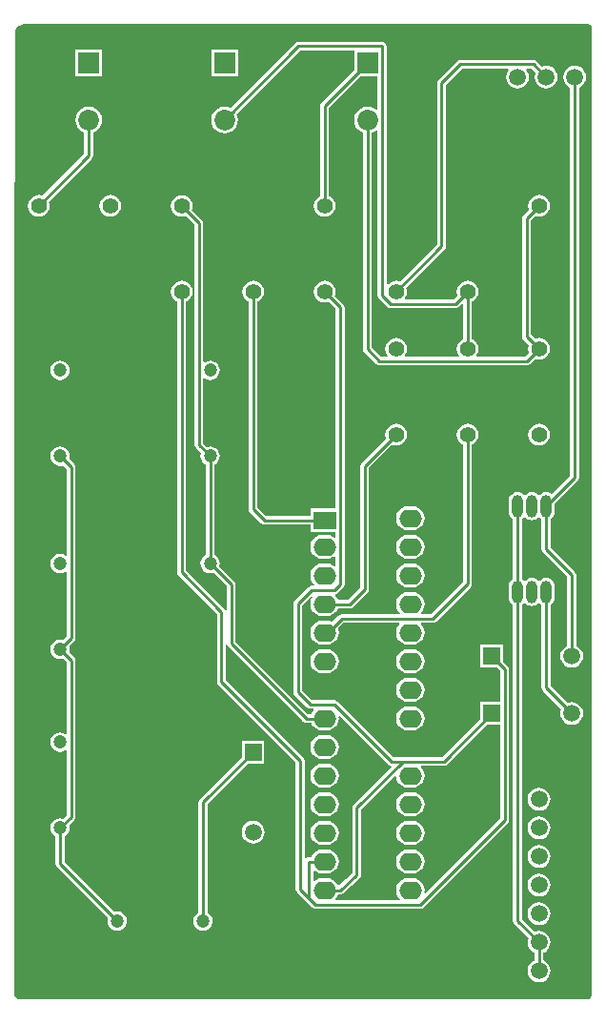
<source format=gtl>
G04 Layer_Physical_Order=1*
G04 Layer_Color=255*
%FSLAX25Y25*%
%MOIN*%
G70*
G01*
G75*
%ADD10C,0.01000*%
%ADD11O,0.03937X0.07874*%
%ADD12O,0.03937X0.07874*%
%ADD13R,0.05906X0.05906*%
%ADD14C,0.05906*%
%ADD15R,0.05906X0.05906*%
%ADD16C,0.04724*%
%ADD17R,0.07284X0.07284*%
%ADD18C,0.07284*%
%ADD19O,0.07874X0.06299*%
%ADD20R,0.07874X0.06299*%
%ADD21C,0.05512*%
G36*
X107500Y493471D02*
X305000D01*
Y493469D01*
X305371Y493395D01*
X305685Y493185D01*
X305895Y492871D01*
X305969Y492500D01*
X305971D01*
Y155000D01*
X305976Y154972D01*
X305861Y154099D01*
X305514Y153260D01*
X304961Y152539D01*
X304881Y152478D01*
X105119D01*
X105039Y152539D01*
X104486Y153260D01*
X104139Y154099D01*
X104024Y154972D01*
X104029Y155000D01*
Y383868D01*
X104447Y491645D01*
X104486Y491740D01*
X105039Y492461D01*
X105760Y493014D01*
X106599Y493361D01*
X107472Y493476D01*
X107500Y493471D01*
D02*
G37*
%LPC*%
G36*
X243327Y264933D02*
X241752D01*
X240669Y264791D01*
X239659Y264373D01*
X238792Y263707D01*
X238127Y262841D01*
X237709Y261831D01*
X237567Y260748D01*
X237709Y259665D01*
X238127Y258655D01*
X238792Y257788D01*
X239659Y257123D01*
X240669Y256705D01*
X241752Y256563D01*
X243327D01*
X244410Y256705D01*
X245420Y257123D01*
X246286Y257788D01*
X246952Y258655D01*
X247370Y259665D01*
X247512Y260748D01*
X247370Y261831D01*
X246952Y262841D01*
X246286Y263707D01*
X245420Y264373D01*
X244410Y264791D01*
X243327Y264933D01*
D02*
G37*
G36*
Y254933D02*
X241752D01*
X240669Y254791D01*
X239659Y254373D01*
X238792Y253708D01*
X238127Y252841D01*
X237709Y251831D01*
X237567Y250748D01*
X237709Y249665D01*
X238127Y248655D01*
X238792Y247789D01*
X239659Y247123D01*
X240669Y246705D01*
X241752Y246563D01*
X243327D01*
X244410Y246705D01*
X245420Y247123D01*
X246286Y247789D01*
X246952Y248655D01*
X247370Y249665D01*
X247512Y250748D01*
X247370Y251831D01*
X246952Y252841D01*
X246286Y253708D01*
X245420Y254373D01*
X244410Y254791D01*
X243327Y254933D01*
D02*
G37*
G36*
X287500Y226487D02*
X286468Y226351D01*
X285507Y225953D01*
X284681Y225319D01*
X284047Y224493D01*
X283649Y223532D01*
X283513Y222500D01*
X283649Y221468D01*
X284047Y220507D01*
X284681Y219681D01*
X285507Y219047D01*
X286468Y218649D01*
X287500Y218513D01*
X288532Y218649D01*
X289493Y219047D01*
X290319Y219681D01*
X290953Y220507D01*
X291351Y221468D01*
X291487Y222500D01*
X291351Y223532D01*
X290953Y224493D01*
X290319Y225319D01*
X289493Y225953D01*
X288532Y226351D01*
X287500Y226487D01*
D02*
G37*
G36*
X262500Y353788D02*
X261520Y353659D01*
X260606Y353281D01*
X259821Y352679D01*
X259219Y351894D01*
X258841Y350980D01*
X258712Y350000D01*
X258841Y349020D01*
X259219Y348106D01*
X259821Y347321D01*
X260606Y346719D01*
X260971Y346568D01*
Y298433D01*
X249766Y287229D01*
X246336D01*
X246175Y287703D01*
X246286Y287789D01*
X246952Y288655D01*
X247370Y289665D01*
X247512Y290748D01*
X247370Y291831D01*
X246952Y292841D01*
X246286Y293707D01*
X245420Y294373D01*
X244410Y294791D01*
X243327Y294933D01*
X241752D01*
X240669Y294791D01*
X239659Y294373D01*
X238792Y293707D01*
X238127Y292841D01*
X237709Y291831D01*
X237567Y290748D01*
X237709Y289665D01*
X238127Y288655D01*
X238792Y287789D01*
X238904Y287703D01*
X238743Y287229D01*
X218500D01*
X217915Y287113D01*
X217419Y286781D01*
X215130Y284493D01*
X214410Y284791D01*
X213327Y284933D01*
X211752D01*
X210669Y284791D01*
X209659Y284373D01*
X208792Y283707D01*
X208127Y282841D01*
X207709Y281831D01*
X207567Y280748D01*
X207709Y279665D01*
X208127Y278655D01*
X208792Y277788D01*
X209659Y277123D01*
X210669Y276705D01*
X211752Y276563D01*
X213327D01*
X214410Y276705D01*
X215420Y277123D01*
X216286Y277788D01*
X216951Y278655D01*
X217370Y279665D01*
X217512Y280748D01*
X217370Y281831D01*
X217201Y282238D01*
X219133Y284171D01*
X238635D01*
X238714Y283939D01*
X238764Y283671D01*
X238127Y282841D01*
X237709Y281831D01*
X237567Y280748D01*
X237709Y279665D01*
X238127Y278655D01*
X238792Y277788D01*
X239659Y277123D01*
X240669Y276705D01*
X241752Y276563D01*
X243327D01*
X244410Y276705D01*
X245420Y277123D01*
X246286Y277788D01*
X246952Y278655D01*
X247370Y279665D01*
X247512Y280748D01*
X247370Y281831D01*
X246952Y282841D01*
X246315Y283671D01*
X246365Y283939D01*
X246444Y284171D01*
X250400D01*
X250985Y284287D01*
X251481Y284619D01*
X263581Y296719D01*
X263913Y297215D01*
X264029Y297800D01*
Y346568D01*
X264394Y346719D01*
X265179Y347321D01*
X265781Y348106D01*
X266159Y349020D01*
X266288Y350000D01*
X266159Y350980D01*
X265781Y351894D01*
X265179Y352679D01*
X264394Y353281D01*
X263480Y353659D01*
X262500Y353788D01*
D02*
G37*
G36*
X243327Y274933D02*
X241752D01*
X240669Y274791D01*
X239659Y274373D01*
X238792Y273708D01*
X238127Y272841D01*
X237709Y271831D01*
X237567Y270748D01*
X237709Y269665D01*
X238127Y268655D01*
X238792Y267789D01*
X239659Y267123D01*
X240669Y266705D01*
X241752Y266563D01*
X243327D01*
X244410Y266705D01*
X245420Y267123D01*
X246286Y267789D01*
X246952Y268655D01*
X247370Y269665D01*
X247512Y270748D01*
X247370Y271831D01*
X246952Y272841D01*
X246286Y273708D01*
X245420Y274373D01*
X244410Y274791D01*
X243327Y274933D01*
D02*
G37*
G36*
X213327D02*
X211752D01*
X210669Y274791D01*
X209659Y274373D01*
X208792Y273708D01*
X208127Y272841D01*
X207709Y271831D01*
X207567Y270748D01*
X207709Y269665D01*
X208127Y268655D01*
X208792Y267789D01*
X209659Y267123D01*
X210669Y266705D01*
X211752Y266563D01*
X213327D01*
X214410Y266705D01*
X215420Y267123D01*
X216286Y267789D01*
X216951Y268655D01*
X217370Y269665D01*
X217512Y270748D01*
X217370Y271831D01*
X216951Y272841D01*
X216286Y273708D01*
X215420Y274373D01*
X214410Y274791D01*
X213327Y274933D01*
D02*
G37*
G36*
X287500Y196487D02*
X286468Y196351D01*
X285507Y195953D01*
X284681Y195319D01*
X284047Y194493D01*
X283649Y193532D01*
X283513Y192500D01*
X283649Y191468D01*
X284047Y190507D01*
X284681Y189681D01*
X285507Y189047D01*
X286468Y188649D01*
X287500Y188513D01*
X288532Y188649D01*
X289493Y189047D01*
X290319Y189681D01*
X290953Y190507D01*
X291351Y191468D01*
X291487Y192500D01*
X291351Y193532D01*
X290953Y194493D01*
X290319Y195319D01*
X289493Y195953D01*
X288532Y196351D01*
X287500Y196487D01*
D02*
G37*
G36*
Y186487D02*
X286468Y186351D01*
X285507Y185953D01*
X284681Y185319D01*
X284047Y184493D01*
X283649Y183532D01*
X283513Y182500D01*
X283649Y181468D01*
X284047Y180507D01*
X284681Y179681D01*
X285507Y179047D01*
X286468Y178649D01*
X287500Y178513D01*
X288532Y178649D01*
X289493Y179047D01*
X290319Y179681D01*
X290953Y180507D01*
X291351Y181468D01*
X291487Y182500D01*
X291351Y183532D01*
X290953Y184493D01*
X290319Y185319D01*
X289493Y185953D01*
X288532Y186351D01*
X287500Y186487D01*
D02*
G37*
G36*
X191453Y242929D02*
X183547D01*
Y237187D01*
X168919Y222558D01*
X168587Y222062D01*
X168471Y221476D01*
Y183006D01*
X168304Y182937D01*
X167602Y182398D01*
X167063Y181696D01*
X166724Y180878D01*
X166609Y180000D01*
X166724Y179122D01*
X167063Y178304D01*
X167602Y177602D01*
X168304Y177063D01*
X169122Y176724D01*
X170000Y176609D01*
X170878Y176724D01*
X171696Y177063D01*
X172398Y177602D01*
X172937Y178304D01*
X173276Y179122D01*
X173391Y180000D01*
X173276Y180878D01*
X172937Y181696D01*
X172398Y182398D01*
X171696Y182937D01*
X171529Y183006D01*
Y220843D01*
X185710Y235024D01*
X191453D01*
Y242929D01*
D02*
G37*
G36*
X287500Y216487D02*
X286468Y216351D01*
X285507Y215953D01*
X284681Y215319D01*
X284047Y214493D01*
X283649Y213532D01*
X283513Y212500D01*
X283649Y211468D01*
X284047Y210507D01*
X284681Y209681D01*
X285507Y209047D01*
X286468Y208649D01*
X287500Y208513D01*
X288532Y208649D01*
X289493Y209047D01*
X290319Y209681D01*
X290953Y210507D01*
X291351Y211468D01*
X291487Y212500D01*
X291351Y213532D01*
X290953Y214493D01*
X290319Y215319D01*
X289493Y215953D01*
X288532Y216351D01*
X287500Y216487D01*
D02*
G37*
G36*
X187500Y215010D02*
X186468Y214875D01*
X185507Y214476D01*
X184681Y213843D01*
X184047Y213017D01*
X183649Y212055D01*
X183513Y211024D01*
X183649Y209992D01*
X184047Y209030D01*
X184681Y208205D01*
X185507Y207571D01*
X186468Y207173D01*
X187500Y207037D01*
X188532Y207173D01*
X189493Y207571D01*
X190319Y208205D01*
X190953Y209030D01*
X191351Y209992D01*
X191487Y211024D01*
X191351Y212055D01*
X190953Y213017D01*
X190319Y213843D01*
X189493Y214476D01*
X188532Y214875D01*
X187500Y215010D01*
D02*
G37*
G36*
X287500Y206487D02*
X286468Y206351D01*
X285507Y205953D01*
X284681Y205319D01*
X284047Y204493D01*
X283649Y203532D01*
X283513Y202500D01*
X283649Y201468D01*
X284047Y200507D01*
X284681Y199681D01*
X285507Y199047D01*
X286468Y198649D01*
X287500Y198513D01*
X288532Y198649D01*
X289493Y199047D01*
X290319Y199681D01*
X290953Y200507D01*
X291351Y201468D01*
X291487Y202500D01*
X291351Y203532D01*
X290953Y204493D01*
X290319Y205319D01*
X289493Y205953D01*
X288532Y206351D01*
X287500Y206487D01*
D02*
G37*
G36*
X162500Y433788D02*
X161520Y433659D01*
X160606Y433281D01*
X159821Y432679D01*
X159219Y431894D01*
X158841Y430980D01*
X158712Y430000D01*
X158841Y429019D01*
X159219Y428106D01*
X159821Y427321D01*
X160606Y426719D01*
X161520Y426341D01*
X162500Y426212D01*
X163480Y426341D01*
X163845Y426492D01*
X167071Y423267D01*
Y346400D01*
X167187Y345815D01*
X167519Y345319D01*
X169293Y343544D01*
X169224Y343378D01*
X169109Y342500D01*
X169224Y341622D01*
X169563Y340804D01*
X170102Y340102D01*
X170804Y339563D01*
X170971Y339494D01*
Y308006D01*
X170804Y307937D01*
X170102Y307398D01*
X169563Y306696D01*
X169224Y305878D01*
X169109Y305000D01*
X169224Y304122D01*
X169563Y303304D01*
X170102Y302602D01*
X170804Y302063D01*
X171622Y301724D01*
X172500Y301609D01*
X173378Y301724D01*
X173544Y301793D01*
X178371Y296967D01*
Y288245D01*
X177871Y288195D01*
X177813Y288485D01*
X177481Y288981D01*
X164029Y302433D01*
Y396568D01*
X164394Y396719D01*
X165179Y397321D01*
X165781Y398106D01*
X166159Y399020D01*
X166288Y400000D01*
X166159Y400981D01*
X165781Y401894D01*
X165179Y402679D01*
X164394Y403281D01*
X163480Y403659D01*
X162500Y403788D01*
X161520Y403659D01*
X160606Y403281D01*
X159821Y402679D01*
X159219Y401894D01*
X158841Y400981D01*
X158712Y400000D01*
X158841Y399020D01*
X159219Y398106D01*
X159821Y397321D01*
X160606Y396719D01*
X160971Y396568D01*
Y301800D01*
X161087Y301215D01*
X161419Y300719D01*
X174871Y287266D01*
Y263700D01*
X174987Y263115D01*
X175319Y262619D01*
X202471Y235467D01*
Y191100D01*
X202587Y190515D01*
X202919Y190019D01*
X206019Y186919D01*
X208319Y184619D01*
X208815Y184287D01*
X209400Y184171D01*
X246000D01*
X246585Y184287D01*
X247081Y184619D01*
X276581Y214119D01*
X276913Y214615D01*
X277029Y215200D01*
Y268024D01*
X276913Y268609D01*
X276581Y269105D01*
X274976Y270710D01*
Y276453D01*
X267071D01*
Y268547D01*
X272814D01*
X273971Y267390D01*
Y256453D01*
X267071D01*
Y250710D01*
X253590Y237229D01*
X236633D01*
X217081Y256781D01*
X216585Y257113D01*
X216000Y257229D01*
X208134D01*
X204729Y260633D01*
Y290266D01*
X208135Y293672D01*
X208512Y293342D01*
X208127Y292841D01*
X207709Y291831D01*
X207567Y290748D01*
X207709Y289665D01*
X208127Y288655D01*
X208792Y287789D01*
X209659Y287123D01*
X210669Y286705D01*
X211752Y286563D01*
X213327D01*
X214410Y286705D01*
X215420Y287123D01*
X216286Y287789D01*
X216951Y288655D01*
X217185Y289219D01*
X221348D01*
X221933Y289335D01*
X222429Y289667D01*
X227681Y294919D01*
X228013Y295415D01*
X228129Y296000D01*
Y338467D01*
X236155Y346492D01*
X236520Y346341D01*
X237500Y346212D01*
X238480Y346341D01*
X239394Y346719D01*
X240179Y347321D01*
X240781Y348106D01*
X241159Y349020D01*
X241288Y350000D01*
X241159Y350980D01*
X240781Y351894D01*
X240179Y352679D01*
X239394Y353281D01*
X238480Y353659D01*
X237500Y353788D01*
X236520Y353659D01*
X235606Y353281D01*
X234821Y352679D01*
X234219Y351894D01*
X233841Y350980D01*
X233712Y350000D01*
X233841Y349020D01*
X233992Y348655D01*
X225519Y340181D01*
X225187Y339685D01*
X225071Y339100D01*
Y296634D01*
X220714Y292277D01*
X217185D01*
X216951Y292841D01*
X216286Y293707D01*
X216276Y293716D01*
X216400Y294250D01*
X216585Y294287D01*
X217081Y294619D01*
X219081Y296619D01*
X219413Y297115D01*
X219529Y297700D01*
Y394500D01*
X219413Y395085D01*
X219081Y395581D01*
X216008Y398655D01*
X216159Y399020D01*
X216288Y400000D01*
X216159Y400981D01*
X215781Y401894D01*
X215179Y402679D01*
X214394Y403281D01*
X213480Y403659D01*
X212500Y403788D01*
X211520Y403659D01*
X210606Y403281D01*
X209821Y402679D01*
X209219Y401894D01*
X208841Y400981D01*
X208712Y400000D01*
X208841Y399020D01*
X209219Y398106D01*
X209821Y397321D01*
X210606Y396719D01*
X211520Y396341D01*
X212500Y396212D01*
X213480Y396341D01*
X213845Y396492D01*
X216471Y393866D01*
Y324150D01*
X207563D01*
Y321529D01*
X192133D01*
X189029Y324634D01*
Y396568D01*
X189394Y396719D01*
X190179Y397321D01*
X190781Y398106D01*
X191159Y399020D01*
X191288Y400000D01*
X191159Y400981D01*
X190781Y401894D01*
X190179Y402679D01*
X189394Y403281D01*
X188480Y403659D01*
X187500Y403788D01*
X186520Y403659D01*
X185606Y403281D01*
X184821Y402679D01*
X184219Y401894D01*
X183841Y400981D01*
X183712Y400000D01*
X183841Y399020D01*
X184219Y398106D01*
X184821Y397321D01*
X185606Y396719D01*
X185971Y396568D01*
Y324000D01*
X186087Y323415D01*
X186419Y322919D01*
X190419Y318919D01*
X190915Y318587D01*
X191500Y318471D01*
X207563D01*
Y315850D01*
X216471D01*
Y314196D01*
X215971Y313950D01*
X215420Y314373D01*
X214410Y314791D01*
X213327Y314933D01*
X211752D01*
X210669Y314791D01*
X209659Y314373D01*
X208792Y313707D01*
X208127Y312841D01*
X207709Y311831D01*
X207567Y310748D01*
X207709Y309665D01*
X208127Y308655D01*
X208792Y307788D01*
X209659Y307123D01*
X210669Y306705D01*
X211752Y306563D01*
X213327D01*
X214410Y306705D01*
X215420Y307123D01*
X215971Y307546D01*
X216471Y307300D01*
Y304196D01*
X215971Y303950D01*
X215420Y304373D01*
X214410Y304791D01*
X213327Y304933D01*
X211752D01*
X210669Y304791D01*
X209659Y304373D01*
X208792Y303708D01*
X208127Y302841D01*
X207709Y301831D01*
X207567Y300748D01*
X207709Y299665D01*
X208127Y298655D01*
X208792Y297789D01*
X208904Y297703D01*
X208743Y297229D01*
X208000D01*
X207415Y297113D01*
X206919Y296781D01*
X202119Y291981D01*
X201787Y291485D01*
X201671Y290900D01*
Y260000D01*
X201787Y259415D01*
X202119Y258919D01*
X206419Y254619D01*
X206915Y254287D01*
X207500Y254171D01*
X208635D01*
X208714Y253939D01*
X208764Y253671D01*
X208127Y252841D01*
X207894Y252277D01*
X206785D01*
X181429Y277634D01*
Y297600D01*
X181313Y298185D01*
X180981Y298681D01*
X175707Y303956D01*
X175776Y304122D01*
X175891Y305000D01*
X175776Y305878D01*
X175437Y306696D01*
X174898Y307398D01*
X174196Y307937D01*
X174029Y308006D01*
Y339494D01*
X174196Y339563D01*
X174898Y340102D01*
X175437Y340804D01*
X175776Y341622D01*
X175891Y342500D01*
X175776Y343378D01*
X175437Y344196D01*
X174898Y344898D01*
X174196Y345437D01*
X173378Y345776D01*
X172500Y345891D01*
X171622Y345776D01*
X171456Y345707D01*
X170129Y347034D01*
Y369516D01*
X170578Y369737D01*
X170804Y369563D01*
X171622Y369224D01*
X172500Y369109D01*
X173378Y369224D01*
X174196Y369563D01*
X174898Y370102D01*
X175437Y370804D01*
X175776Y371622D01*
X175891Y372500D01*
X175776Y373378D01*
X175437Y374196D01*
X174898Y374898D01*
X174196Y375437D01*
X173378Y375776D01*
X172500Y375891D01*
X171622Y375776D01*
X170804Y375437D01*
X170578Y375263D01*
X170129Y375484D01*
Y423900D01*
X170013Y424485D01*
X169681Y424981D01*
X166008Y428655D01*
X166159Y429019D01*
X166288Y430000D01*
X166159Y430980D01*
X165781Y431894D01*
X165179Y432679D01*
X164394Y433281D01*
X163480Y433659D01*
X162500Y433788D01*
D02*
G37*
G36*
X232642Y487329D02*
X203300D01*
X202715Y487213D01*
X202219Y486881D01*
X179523Y464186D01*
X178712Y464522D01*
X177500Y464682D01*
X176288Y464522D01*
X175159Y464054D01*
X174189Y463310D01*
X173445Y462341D01*
X172978Y461212D01*
X172818Y460000D01*
X172978Y458788D01*
X173445Y457659D01*
X174189Y456690D01*
X175159Y455945D01*
X176288Y455478D01*
X177500Y455318D01*
X178712Y455478D01*
X179841Y455945D01*
X180810Y456690D01*
X181554Y457659D01*
X182022Y458788D01*
X182182Y460000D01*
X182022Y461212D01*
X181686Y462023D01*
X203934Y484271D01*
X222858D01*
Y477521D01*
X211419Y466081D01*
X211087Y465585D01*
X210971Y465000D01*
Y433432D01*
X210606Y433281D01*
X209821Y432679D01*
X209219Y431894D01*
X208841Y430980D01*
X208712Y430000D01*
X208841Y429019D01*
X209219Y428106D01*
X209821Y427321D01*
X210606Y426719D01*
X211520Y426341D01*
X212500Y426212D01*
X213480Y426341D01*
X214394Y426719D01*
X215179Y427321D01*
X215781Y428106D01*
X216159Y429019D01*
X216288Y430000D01*
X216159Y430980D01*
X215781Y431894D01*
X215179Y432679D01*
X214394Y433281D01*
X214029Y433432D01*
Y464366D01*
X225021Y475358D01*
X231112D01*
Y463709D01*
X230612Y463462D01*
X229841Y464054D01*
X228712Y464522D01*
X227500Y464682D01*
X226288Y464522D01*
X225159Y464054D01*
X224189Y463310D01*
X223446Y462341D01*
X222978Y461212D01*
X222818Y460000D01*
X222978Y458788D01*
X223446Y457659D01*
X224189Y456690D01*
X225159Y455945D01*
X225971Y455609D01*
Y380000D01*
X226087Y379415D01*
X226419Y378919D01*
X230719Y374619D01*
X231215Y374287D01*
X231800Y374171D01*
X283200D01*
X283785Y374287D01*
X284281Y374619D01*
X286155Y376492D01*
X286520Y376341D01*
X287500Y376212D01*
X288480Y376341D01*
X289394Y376719D01*
X290179Y377321D01*
X290781Y378106D01*
X291159Y379019D01*
X291288Y380000D01*
X291159Y380980D01*
X290781Y381894D01*
X290179Y382679D01*
X289394Y383281D01*
X288480Y383659D01*
X287500Y383788D01*
X286520Y383659D01*
X286155Y383508D01*
X284729Y384933D01*
Y425067D01*
X286155Y426492D01*
X286520Y426341D01*
X287500Y426212D01*
X288480Y426341D01*
X289394Y426719D01*
X290179Y427321D01*
X290781Y428106D01*
X291159Y429019D01*
X291288Y430000D01*
X291159Y430980D01*
X290781Y431894D01*
X290179Y432679D01*
X289394Y433281D01*
X288480Y433659D01*
X287500Y433788D01*
X286520Y433659D01*
X285606Y433281D01*
X284821Y432679D01*
X284219Y431894D01*
X283841Y430980D01*
X283712Y430000D01*
X283841Y429019D01*
X283992Y428655D01*
X282119Y426781D01*
X281787Y426285D01*
X281671Y425700D01*
Y384300D01*
X281787Y383715D01*
X282119Y383219D01*
X283992Y381345D01*
X283841Y380980D01*
X283712Y380000D01*
X283841Y379019D01*
X283992Y378655D01*
X282566Y377229D01*
X265739D01*
X265492Y377729D01*
X265781Y378106D01*
X266159Y379019D01*
X266288Y380000D01*
X266159Y380980D01*
X265781Y381894D01*
X265179Y382679D01*
X264394Y383281D01*
X264029Y383432D01*
Y396568D01*
X264394Y396719D01*
X265179Y397321D01*
X265781Y398106D01*
X266159Y399020D01*
X266288Y400000D01*
X266159Y400981D01*
X265781Y401894D01*
X265179Y402679D01*
X264394Y403281D01*
X263480Y403659D01*
X262500Y403788D01*
X261520Y403659D01*
X260606Y403281D01*
X259821Y402679D01*
X259219Y401894D01*
X258841Y400981D01*
X258712Y400000D01*
X258841Y399020D01*
X258992Y398655D01*
X257566Y397229D01*
X240739D01*
X240492Y397729D01*
X240781Y398106D01*
X241159Y399020D01*
X241288Y400000D01*
X241159Y400981D01*
X241008Y401345D01*
X254481Y414819D01*
X254813Y415315D01*
X254929Y415900D01*
Y472266D01*
X260633Y477971D01*
X276667D01*
X276913Y477471D01*
X276547Y476993D01*
X276149Y476032D01*
X276013Y475000D01*
X276149Y473968D01*
X276547Y473007D01*
X277181Y472181D01*
X278007Y471547D01*
X278968Y471149D01*
X280000Y471013D01*
X281032Y471149D01*
X281993Y471547D01*
X282819Y472181D01*
X283453Y473007D01*
X283851Y473968D01*
X283987Y475000D01*
X283851Y476032D01*
X283453Y476993D01*
X283087Y477471D01*
X283333Y477971D01*
X284866D01*
X286341Y476496D01*
X286149Y476032D01*
X286013Y475000D01*
X286149Y473968D01*
X286547Y473007D01*
X287181Y472181D01*
X288007Y471547D01*
X288968Y471149D01*
X290000Y471013D01*
X291032Y471149D01*
X291993Y471547D01*
X292819Y472181D01*
X293453Y473007D01*
X293851Y473968D01*
X293987Y475000D01*
X293851Y476032D01*
X293453Y476993D01*
X292819Y477819D01*
X291993Y478453D01*
X291032Y478851D01*
X290000Y478987D01*
X288968Y478851D01*
X288504Y478659D01*
X286581Y480581D01*
X286085Y480913D01*
X285500Y481029D01*
X260000D01*
X259415Y480913D01*
X258919Y480581D01*
X252319Y473981D01*
X251987Y473485D01*
X251871Y472900D01*
Y416534D01*
X238845Y403508D01*
X238480Y403659D01*
X237500Y403788D01*
X236520Y403659D01*
X235606Y403281D01*
X234821Y402679D01*
X234671Y402483D01*
X234171Y402653D01*
Y485800D01*
X234055Y486385D01*
X233723Y486881D01*
X233227Y487213D01*
X232642Y487329D01*
D02*
G37*
G36*
X287500Y353788D02*
X286520Y353659D01*
X285606Y353281D01*
X284821Y352679D01*
X284219Y351894D01*
X283841Y350980D01*
X283712Y350000D01*
X283841Y349020D01*
X284219Y348106D01*
X284821Y347321D01*
X285606Y346719D01*
X286520Y346341D01*
X287500Y346212D01*
X288480Y346341D01*
X289394Y346719D01*
X290179Y347321D01*
X290781Y348106D01*
X291159Y349020D01*
X291288Y350000D01*
X291159Y350980D01*
X290781Y351894D01*
X290179Y352679D01*
X289394Y353281D01*
X288480Y353659D01*
X287500Y353788D01*
D02*
G37*
G36*
X134642Y484642D02*
X125358D01*
Y475358D01*
X134642D01*
Y484642D01*
D02*
G37*
G36*
X137500Y433788D02*
X136520Y433659D01*
X135606Y433281D01*
X134821Y432679D01*
X134219Y431894D01*
X133841Y430980D01*
X133712Y430000D01*
X133841Y429019D01*
X134219Y428106D01*
X134821Y427321D01*
X135606Y426719D01*
X136520Y426341D01*
X137500Y426212D01*
X138480Y426341D01*
X139394Y426719D01*
X140179Y427321D01*
X140781Y428106D01*
X141159Y429019D01*
X141288Y430000D01*
X141159Y430980D01*
X140781Y431894D01*
X140179Y432679D01*
X139394Y433281D01*
X138480Y433659D01*
X137500Y433788D01*
D02*
G37*
G36*
X120000Y375891D02*
X119122Y375776D01*
X118304Y375437D01*
X117602Y374898D01*
X117063Y374196D01*
X116724Y373378D01*
X116609Y372500D01*
X116724Y371622D01*
X117063Y370804D01*
X117602Y370102D01*
X118304Y369563D01*
X119122Y369224D01*
X120000Y369109D01*
X120878Y369224D01*
X121696Y369563D01*
X122398Y370102D01*
X122937Y370804D01*
X123276Y371622D01*
X123391Y372500D01*
X123276Y373378D01*
X122937Y374196D01*
X122398Y374898D01*
X121696Y375437D01*
X120878Y375776D01*
X120000Y375891D01*
D02*
G37*
G36*
X130000Y464682D02*
X128788Y464522D01*
X127659Y464054D01*
X126690Y463310D01*
X125945Y462341D01*
X125478Y461212D01*
X125318Y460000D01*
X125478Y458788D01*
X125945Y457659D01*
X126690Y456690D01*
X127659Y455945D01*
X128471Y455609D01*
Y448134D01*
X113845Y433508D01*
X113480Y433659D01*
X112500Y433788D01*
X111520Y433659D01*
X110606Y433281D01*
X109821Y432679D01*
X109219Y431894D01*
X108841Y430980D01*
X108712Y430000D01*
X108841Y429019D01*
X109219Y428106D01*
X109821Y427321D01*
X110606Y426719D01*
X111520Y426341D01*
X112500Y426212D01*
X113480Y426341D01*
X114394Y426719D01*
X115179Y427321D01*
X115781Y428106D01*
X116159Y429019D01*
X116288Y430000D01*
X116159Y430980D01*
X116008Y431345D01*
X131081Y446419D01*
X131413Y446915D01*
X131529Y447500D01*
Y455609D01*
X132341Y455945D01*
X133310Y456690D01*
X134055Y457659D01*
X134522Y458788D01*
X134682Y460000D01*
X134522Y461212D01*
X134055Y462341D01*
X133310Y463310D01*
X132341Y464054D01*
X131212Y464522D01*
X130000Y464682D01*
D02*
G37*
G36*
X120000Y345891D02*
X119122Y345776D01*
X118304Y345437D01*
X117602Y344898D01*
X117063Y344196D01*
X116724Y343378D01*
X116609Y342500D01*
X116724Y341622D01*
X117063Y340804D01*
X117602Y340102D01*
X118304Y339563D01*
X119122Y339224D01*
X120000Y339109D01*
X120878Y339224D01*
X121044Y339293D01*
X122371Y337966D01*
Y307984D01*
X121922Y307763D01*
X121696Y307937D01*
X120878Y308276D01*
X120000Y308391D01*
X119122Y308276D01*
X118304Y307937D01*
X117602Y307398D01*
X117063Y306696D01*
X116724Y305878D01*
X116609Y305000D01*
X116724Y304122D01*
X117063Y303304D01*
X117602Y302602D01*
X118304Y302063D01*
X119122Y301724D01*
X120000Y301609D01*
X120878Y301724D01*
X121696Y302063D01*
X121922Y302237D01*
X122371Y302016D01*
Y279534D01*
X121044Y278207D01*
X120878Y278276D01*
X120000Y278391D01*
X119122Y278276D01*
X118304Y277937D01*
X117602Y277398D01*
X117063Y276696D01*
X116724Y275878D01*
X116609Y275000D01*
X116724Y274122D01*
X117063Y273304D01*
X117602Y272602D01*
X118304Y272063D01*
X119122Y271724D01*
X120000Y271609D01*
X120878Y271724D01*
X121044Y271793D01*
X122371Y270466D01*
Y245484D01*
X121922Y245263D01*
X121696Y245437D01*
X120878Y245776D01*
X120000Y245891D01*
X119122Y245776D01*
X118304Y245437D01*
X117602Y244898D01*
X117063Y244196D01*
X116724Y243378D01*
X116609Y242500D01*
X116724Y241622D01*
X117063Y240804D01*
X117602Y240102D01*
X118304Y239563D01*
X119122Y239224D01*
X120000Y239109D01*
X120878Y239224D01*
X121696Y239563D01*
X121922Y239737D01*
X122371Y239516D01*
Y217034D01*
X121044Y215707D01*
X120878Y215776D01*
X120000Y215891D01*
X119122Y215776D01*
X118304Y215437D01*
X117602Y214898D01*
X117063Y214196D01*
X116724Y213378D01*
X116609Y212500D01*
X116724Y211622D01*
X117063Y210804D01*
X117602Y210102D01*
X118304Y209563D01*
X118471Y209494D01*
Y200000D01*
X118587Y199415D01*
X118919Y198919D01*
X136793Y181044D01*
X136724Y180878D01*
X136609Y180000D01*
X136724Y179122D01*
X137063Y178304D01*
X137602Y177602D01*
X138304Y177063D01*
X139122Y176724D01*
X140000Y176609D01*
X140878Y176724D01*
X141696Y177063D01*
X142398Y177602D01*
X142937Y178304D01*
X143276Y179122D01*
X143391Y180000D01*
X143276Y180878D01*
X142937Y181696D01*
X142398Y182398D01*
X141696Y182937D01*
X140878Y183276D01*
X140000Y183391D01*
X139122Y183276D01*
X138956Y183207D01*
X121529Y200634D01*
Y209494D01*
X121696Y209563D01*
X122398Y210102D01*
X122937Y210804D01*
X123276Y211622D01*
X123391Y212500D01*
X123276Y213378D01*
X123207Y213544D01*
X124981Y215319D01*
X125313Y215815D01*
X125429Y216400D01*
Y271100D01*
X125313Y271685D01*
X124981Y272181D01*
X123207Y273956D01*
X123276Y274122D01*
X123391Y275000D01*
X123276Y275878D01*
X123207Y276044D01*
X124981Y277819D01*
X125313Y278315D01*
X125429Y278900D01*
Y338600D01*
X125313Y339185D01*
X124981Y339681D01*
X123207Y341456D01*
X123276Y341622D01*
X123391Y342500D01*
X123276Y343378D01*
X122937Y344196D01*
X122398Y344898D01*
X121696Y345437D01*
X120878Y345776D01*
X120000Y345891D01*
D02*
G37*
G36*
X243327Y314933D02*
X241752D01*
X240669Y314791D01*
X239659Y314373D01*
X238792Y313707D01*
X238127Y312841D01*
X237709Y311831D01*
X237567Y310748D01*
X237709Y309665D01*
X238127Y308655D01*
X238792Y307788D01*
X239659Y307123D01*
X240669Y306705D01*
X241752Y306563D01*
X243327D01*
X244410Y306705D01*
X245420Y307123D01*
X246286Y307788D01*
X246952Y308655D01*
X247370Y309665D01*
X247512Y310748D01*
X247370Y311831D01*
X246952Y312841D01*
X246286Y313707D01*
X245420Y314373D01*
X244410Y314791D01*
X243327Y314933D01*
D02*
G37*
G36*
Y304933D02*
X241752D01*
X240669Y304791D01*
X239659Y304373D01*
X238792Y303708D01*
X238127Y302841D01*
X237709Y301831D01*
X237567Y300748D01*
X237709Y299665D01*
X238127Y298655D01*
X238792Y297789D01*
X239659Y297123D01*
X240669Y296705D01*
X241752Y296563D01*
X243327D01*
X244410Y296705D01*
X245420Y297123D01*
X246286Y297789D01*
X246952Y298655D01*
X247370Y299665D01*
X247512Y300748D01*
X247370Y301831D01*
X246952Y302841D01*
X246286Y303708D01*
X245420Y304373D01*
X244410Y304791D01*
X243327Y304933D01*
D02*
G37*
G36*
Y324933D02*
X241752D01*
X240669Y324791D01*
X239659Y324373D01*
X238792Y323708D01*
X238127Y322841D01*
X237709Y321831D01*
X237567Y320748D01*
X237709Y319665D01*
X238127Y318655D01*
X238792Y317789D01*
X239659Y317123D01*
X240669Y316705D01*
X241752Y316563D01*
X243327D01*
X244410Y316705D01*
X245420Y317123D01*
X246286Y317789D01*
X246952Y318655D01*
X247370Y319665D01*
X247512Y320748D01*
X247370Y321831D01*
X246952Y322841D01*
X246286Y323708D01*
X245420Y324373D01*
X244410Y324791D01*
X243327Y324933D01*
D02*
G37*
G36*
X182142Y484642D02*
X172858D01*
Y475358D01*
X182142D01*
Y484642D01*
D02*
G37*
G36*
X300000Y478987D02*
X298968Y478851D01*
X298007Y478453D01*
X297181Y477819D01*
X296547Y476993D01*
X296149Y476032D01*
X296013Y475000D01*
X296149Y473968D01*
X296547Y473007D01*
X297181Y472181D01*
X298007Y471547D01*
X298471Y471355D01*
Y335633D01*
X292007Y329170D01*
X291497Y329561D01*
X290775Y329861D01*
X290000Y329963D01*
X289225Y329861D01*
X288503Y329561D01*
X287883Y329086D01*
X287750Y328913D01*
X287250D01*
X287117Y329086D01*
X286497Y329561D01*
X285775Y329861D01*
X285000Y329963D01*
X284225Y329861D01*
X283503Y329561D01*
X282883Y329086D01*
X282750Y328913D01*
X282250D01*
X282117Y329086D01*
X281497Y329561D01*
X280775Y329861D01*
X280000Y329963D01*
X279225Y329861D01*
X278503Y329561D01*
X277883Y329086D01*
X277407Y328466D01*
X277108Y327743D01*
X277006Y326969D01*
Y323031D01*
X277108Y322257D01*
X277407Y321534D01*
X277883Y320914D01*
X278471Y320463D01*
Y299537D01*
X277883Y299086D01*
X277407Y298466D01*
X277108Y297743D01*
X277006Y296969D01*
Y293032D01*
X277108Y292257D01*
X277407Y291534D01*
X277883Y290914D01*
X278471Y290463D01*
Y180000D01*
X278587Y179415D01*
X278919Y178919D01*
X283841Y173996D01*
X283649Y173532D01*
X283513Y172500D01*
X283649Y171468D01*
X284047Y170507D01*
X284681Y169681D01*
X285507Y169047D01*
X285971Y168855D01*
Y166145D01*
X285507Y165953D01*
X284681Y165319D01*
X284047Y164493D01*
X283649Y163532D01*
X283513Y162500D01*
X283649Y161468D01*
X284047Y160507D01*
X284681Y159681D01*
X285507Y159047D01*
X286468Y158649D01*
X287500Y158513D01*
X288532Y158649D01*
X289493Y159047D01*
X290319Y159681D01*
X290953Y160507D01*
X291351Y161468D01*
X291487Y162500D01*
X291351Y163532D01*
X290953Y164493D01*
X290319Y165319D01*
X289493Y165953D01*
X289029Y166145D01*
Y168855D01*
X289493Y169047D01*
X290319Y169681D01*
X290953Y170507D01*
X291351Y171468D01*
X291487Y172500D01*
X291351Y173532D01*
X290953Y174493D01*
X290319Y175319D01*
X289493Y175953D01*
X288532Y176351D01*
X287500Y176487D01*
X286468Y176351D01*
X286004Y176159D01*
X281529Y180633D01*
Y290463D01*
X282117Y290914D01*
X282250Y291087D01*
X282750D01*
X282883Y290914D01*
X283503Y290439D01*
X284225Y290139D01*
X285000Y290037D01*
X285775Y290139D01*
X286497Y290439D01*
X287117Y290914D01*
X287250Y291087D01*
X287750D01*
X287883Y290914D01*
X288471Y290463D01*
Y261476D01*
X288587Y260891D01*
X288919Y260395D01*
X295318Y253996D01*
X295125Y253532D01*
X294989Y252500D01*
X295125Y251468D01*
X295524Y250507D01*
X296157Y249681D01*
X296983Y249047D01*
X297944Y248649D01*
X298976Y248513D01*
X300008Y248649D01*
X300970Y249047D01*
X301796Y249681D01*
X302429Y250507D01*
X302827Y251468D01*
X302963Y252500D01*
X302827Y253532D01*
X302429Y254493D01*
X301796Y255319D01*
X300970Y255953D01*
X300008Y256351D01*
X298976Y256487D01*
X297944Y256351D01*
X297481Y256159D01*
X291529Y262110D01*
Y290463D01*
X292117Y290914D01*
X292593Y291534D01*
X292892Y292257D01*
X292994Y293032D01*
Y296969D01*
X292892Y297743D01*
X292593Y298466D01*
X292117Y299086D01*
X291497Y299562D01*
X290775Y299861D01*
X290000Y299963D01*
X289225Y299861D01*
X288503Y299562D01*
X287883Y299086D01*
X287750Y298913D01*
X287250D01*
X287117Y299086D01*
X286497Y299562D01*
X285775Y299861D01*
X285000Y299963D01*
X284225Y299861D01*
X283503Y299562D01*
X282883Y299086D01*
X282750Y298913D01*
X282250D01*
X282117Y299086D01*
X281529Y299537D01*
Y320463D01*
X282117Y320914D01*
X282250Y321087D01*
X282750D01*
X282883Y320914D01*
X283503Y320439D01*
X284225Y320139D01*
X285000Y320037D01*
X285775Y320139D01*
X286497Y320439D01*
X287117Y320914D01*
X287250Y321087D01*
X287750D01*
X287883Y320914D01*
X288471Y320463D01*
Y310000D01*
X288587Y309415D01*
X288919Y308919D01*
X297447Y300390D01*
Y276145D01*
X296983Y275953D01*
X296157Y275319D01*
X295524Y274493D01*
X295125Y273532D01*
X294989Y272500D01*
X295125Y271468D01*
X295524Y270507D01*
X296157Y269681D01*
X296983Y269047D01*
X297944Y268649D01*
X298976Y268513D01*
X300008Y268649D01*
X300970Y269047D01*
X301796Y269681D01*
X302429Y270507D01*
X302827Y271468D01*
X302963Y272500D01*
X302827Y273532D01*
X302429Y274493D01*
X301796Y275319D01*
X300970Y275953D01*
X300506Y276145D01*
Y301024D01*
X300389Y301609D01*
X300058Y302105D01*
X291529Y310633D01*
Y320463D01*
X292117Y320914D01*
X292593Y321534D01*
X292892Y322257D01*
X292994Y323031D01*
Y325831D01*
X301081Y333919D01*
X301413Y334415D01*
X301529Y335000D01*
Y471355D01*
X301993Y471547D01*
X302819Y472181D01*
X303453Y473007D01*
X303851Y473968D01*
X303987Y475000D01*
X303851Y476032D01*
X303453Y476993D01*
X302819Y477819D01*
X301993Y478453D01*
X301032Y478851D01*
X300000Y478987D01*
D02*
G37*
%LPD*%
G36*
X273971Y215833D02*
X247885Y189748D01*
X247411Y189981D01*
X247512Y190748D01*
X247370Y191831D01*
X246952Y192841D01*
X246286Y193708D01*
X245420Y194373D01*
X244410Y194791D01*
X243327Y194933D01*
X241752D01*
X240669Y194791D01*
X239659Y194373D01*
X238792Y193708D01*
X238127Y192841D01*
X237709Y191831D01*
X237567Y190748D01*
X237709Y189665D01*
X238127Y188655D01*
X238792Y187788D01*
X238904Y187703D01*
X238743Y187229D01*
X216336D01*
X216175Y187703D01*
X216286Y187788D01*
X216951Y188655D01*
X217185Y189219D01*
X218000D01*
X218256Y189270D01*
X218515Y189308D01*
X218548Y189328D01*
X218585Y189335D01*
X218802Y189480D01*
X219027Y189614D01*
X224827Y194866D01*
X224850Y194897D01*
X224881Y194919D01*
X225026Y195136D01*
X225182Y195345D01*
X225192Y195383D01*
X225213Y195415D01*
X225264Y195671D01*
X225327Y195924D01*
X225322Y195962D01*
X225329Y196000D01*
Y218866D01*
X237080Y230617D01*
X237608Y230437D01*
X237709Y229665D01*
X238127Y228655D01*
X238792Y227788D01*
X239659Y227123D01*
X240669Y226705D01*
X241752Y226563D01*
X243327D01*
X244410Y226705D01*
X245420Y227123D01*
X246286Y227788D01*
X246952Y228655D01*
X247370Y229665D01*
X247512Y230748D01*
X247370Y231831D01*
X246952Y232841D01*
X246315Y233671D01*
X246365Y233939D01*
X246444Y234171D01*
X254224D01*
X254809Y234287D01*
X255305Y234619D01*
X269234Y248547D01*
X273971D01*
Y215833D01*
D02*
G37*
G36*
X178487Y276415D02*
X178819Y275919D01*
X205071Y249667D01*
X205567Y249335D01*
X206152Y249219D01*
X207894D01*
X208127Y248655D01*
X208792Y247789D01*
X209659Y247123D01*
X210669Y246705D01*
X211752Y246563D01*
X213327D01*
X214410Y246705D01*
X215420Y247123D01*
X216286Y247789D01*
X216951Y248655D01*
X217370Y249665D01*
X217512Y250748D01*
X217426Y251404D01*
X217899Y251638D01*
X234919Y234619D01*
X235415Y234287D01*
X235667Y234237D01*
X235831Y233694D01*
X222719Y220581D01*
X222387Y220085D01*
X222271Y219500D01*
Y196678D01*
X217640Y192485D01*
X217052Y192599D01*
X216951Y192841D01*
X216286Y193708D01*
X215420Y194373D01*
X214410Y194791D01*
X213327Y194933D01*
X211752D01*
X210669Y194791D01*
X209659Y194373D01*
X209129Y193966D01*
X208629Y194213D01*
Y197283D01*
X209129Y197530D01*
X209659Y197123D01*
X210669Y196705D01*
X211752Y196563D01*
X213327D01*
X214410Y196705D01*
X215420Y197123D01*
X216286Y197789D01*
X216951Y198655D01*
X217370Y199665D01*
X217512Y200748D01*
X217370Y201831D01*
X216951Y202841D01*
X216286Y203708D01*
X215420Y204373D01*
X214410Y204791D01*
X213327Y204933D01*
X211752D01*
X210669Y204791D01*
X209659Y204373D01*
X208792Y203708D01*
X208127Y202841D01*
X207894Y202277D01*
X207100D01*
X206515Y202161D01*
X206029Y201837D01*
X205960Y201849D01*
X205529Y201997D01*
Y236100D01*
X205413Y236685D01*
X205081Y237181D01*
X177929Y264334D01*
Y276655D01*
X178429Y276705D01*
X178487Y276415D01*
D02*
G37*
G36*
X231112Y456291D02*
Y398558D01*
X231229Y397973D01*
X231560Y397477D01*
X234419Y394619D01*
X234915Y394287D01*
X235500Y394171D01*
X258200D01*
X258785Y394287D01*
X259281Y394619D01*
X260509Y395846D01*
X260971Y395654D01*
Y383432D01*
X260606Y383281D01*
X259821Y382679D01*
X259219Y381894D01*
X258841Y380980D01*
X258712Y380000D01*
X258841Y379019D01*
X259219Y378106D01*
X259508Y377729D01*
X259261Y377229D01*
X240739D01*
X240492Y377729D01*
X240781Y378106D01*
X241159Y379019D01*
X241288Y380000D01*
X241159Y380980D01*
X240781Y381894D01*
X240179Y382679D01*
X239394Y383281D01*
X238480Y383659D01*
X237500Y383788D01*
X236520Y383659D01*
X235606Y383281D01*
X234821Y382679D01*
X234219Y381894D01*
X233841Y380980D01*
X233712Y380000D01*
X233841Y379019D01*
X234219Y378106D01*
X234508Y377729D01*
X234261Y377229D01*
X232434D01*
X229029Y380633D01*
Y455609D01*
X229841Y455945D01*
X230612Y456537D01*
X231112Y456291D01*
D02*
G37*
%LPC*%
G36*
X243327Y204933D02*
X241752D01*
X240669Y204791D01*
X239659Y204373D01*
X238792Y203708D01*
X238127Y202841D01*
X237709Y201831D01*
X237567Y200748D01*
X237709Y199665D01*
X238127Y198655D01*
X238792Y197789D01*
X239659Y197123D01*
X240669Y196705D01*
X241752Y196563D01*
X243327D01*
X244410Y196705D01*
X245420Y197123D01*
X246286Y197789D01*
X246952Y198655D01*
X247370Y199665D01*
X247512Y200748D01*
X247370Y201831D01*
X246952Y202841D01*
X246286Y203708D01*
X245420Y204373D01*
X244410Y204791D01*
X243327Y204933D01*
D02*
G37*
G36*
Y224933D02*
X241752D01*
X240669Y224791D01*
X239659Y224373D01*
X238792Y223708D01*
X238127Y222841D01*
X237709Y221831D01*
X237567Y220748D01*
X237709Y219665D01*
X238127Y218655D01*
X238792Y217789D01*
X239659Y217123D01*
X240669Y216705D01*
X241752Y216563D01*
X243327D01*
X244410Y216705D01*
X245420Y217123D01*
X246286Y217789D01*
X246952Y218655D01*
X247370Y219665D01*
X247512Y220748D01*
X247370Y221831D01*
X246952Y222841D01*
X246286Y223708D01*
X245420Y224373D01*
X244410Y224791D01*
X243327Y224933D01*
D02*
G37*
G36*
X213327Y234933D02*
X211752D01*
X210669Y234791D01*
X209659Y234373D01*
X208792Y233707D01*
X208127Y232841D01*
X207709Y231831D01*
X207567Y230748D01*
X207709Y229665D01*
X208127Y228655D01*
X208792Y227788D01*
X209659Y227123D01*
X210669Y226705D01*
X211752Y226563D01*
X213327D01*
X214410Y226705D01*
X215420Y227123D01*
X216286Y227788D01*
X216951Y228655D01*
X217370Y229665D01*
X217512Y230748D01*
X217370Y231831D01*
X216951Y232841D01*
X216286Y233707D01*
X215420Y234373D01*
X214410Y234791D01*
X213327Y234933D01*
D02*
G37*
G36*
Y244933D02*
X211752D01*
X210669Y244791D01*
X209659Y244373D01*
X208792Y243707D01*
X208127Y242841D01*
X207709Y241831D01*
X207567Y240748D01*
X207709Y239665D01*
X208127Y238655D01*
X208792Y237789D01*
X209659Y237123D01*
X210669Y236705D01*
X211752Y236563D01*
X213327D01*
X214410Y236705D01*
X215420Y237123D01*
X216286Y237789D01*
X216951Y238655D01*
X217370Y239665D01*
X217512Y240748D01*
X217370Y241831D01*
X216951Y242841D01*
X216286Y243707D01*
X215420Y244373D01*
X214410Y244791D01*
X213327Y244933D01*
D02*
G37*
G36*
Y214933D02*
X211752D01*
X210669Y214791D01*
X209659Y214373D01*
X208792Y213707D01*
X208127Y212841D01*
X207709Y211831D01*
X207567Y210748D01*
X207709Y209665D01*
X208127Y208655D01*
X208792Y207788D01*
X209659Y207123D01*
X210669Y206705D01*
X211752Y206563D01*
X213327D01*
X214410Y206705D01*
X215420Y207123D01*
X216286Y207788D01*
X216951Y208655D01*
X217370Y209665D01*
X217512Y210748D01*
X217370Y211831D01*
X216951Y212841D01*
X216286Y213707D01*
X215420Y214373D01*
X214410Y214791D01*
X213327Y214933D01*
D02*
G37*
G36*
X243327D02*
X241752D01*
X240669Y214791D01*
X239659Y214373D01*
X238792Y213707D01*
X238127Y212841D01*
X237709Y211831D01*
X237567Y210748D01*
X237709Y209665D01*
X238127Y208655D01*
X238792Y207788D01*
X239659Y207123D01*
X240669Y206705D01*
X241752Y206563D01*
X243327D01*
X244410Y206705D01*
X245420Y207123D01*
X246286Y207788D01*
X246952Y208655D01*
X247370Y209665D01*
X247512Y210748D01*
X247370Y211831D01*
X246952Y212841D01*
X246286Y213707D01*
X245420Y214373D01*
X244410Y214791D01*
X243327Y214933D01*
D02*
G37*
G36*
X213327Y224933D02*
X211752D01*
X210669Y224791D01*
X209659Y224373D01*
X208792Y223708D01*
X208127Y222841D01*
X207709Y221831D01*
X207567Y220748D01*
X207709Y219665D01*
X208127Y218655D01*
X208792Y217789D01*
X209659Y217123D01*
X210669Y216705D01*
X211752Y216563D01*
X213327D01*
X214410Y216705D01*
X215420Y217123D01*
X216286Y217789D01*
X216951Y218655D01*
X217370Y219665D01*
X217512Y220748D01*
X217370Y221831D01*
X216951Y222841D01*
X216286Y223708D01*
X215420Y224373D01*
X214410Y224791D01*
X213327Y224933D01*
D02*
G37*
%LPD*%
D10*
X183200Y434300D02*
X187500Y430000D01*
X160500Y434300D02*
X183200D01*
X137500Y411300D02*
X160500Y434300D01*
X137500Y400000D02*
Y411300D01*
Y310000D02*
X172500Y275000D01*
X137500Y310000D02*
Y400000D01*
X262500Y467500D02*
X270000Y475000D01*
X262500Y430000D02*
Y467500D01*
X238548Y240748D02*
X242539D01*
X218548Y260748D02*
X238548Y240748D01*
X212539Y260748D02*
X218548D01*
X262500Y380000D02*
Y400000D01*
X258200Y395700D02*
X262500Y400000D01*
X235500Y395700D02*
X258200D01*
X232642Y398558D02*
X235500Y395700D01*
X232642Y398558D02*
Y485800D01*
X203300D02*
X232642D01*
X177500Y460000D02*
X203300Y485800D01*
X130000Y447500D02*
Y460000D01*
X112500Y430000D02*
X130000Y447500D01*
X283200Y425700D02*
X287500Y430000D01*
X283200Y384300D02*
Y425700D01*
Y384300D02*
X287500Y380000D01*
X227500D02*
Y460000D01*
Y380000D02*
X231800Y375700D01*
X283200D01*
X287500Y380000D01*
X191500Y320000D02*
X212500D01*
X187500Y324000D02*
X191500Y320000D01*
X187500Y324000D02*
Y400000D01*
X298976Y272500D02*
Y301024D01*
X290000Y310000D02*
X298976Y301024D01*
X290000Y310000D02*
Y325000D01*
X300000Y335000D02*
Y475000D01*
X290000Y325000D02*
X300000Y335000D01*
X285500Y479500D02*
X290000Y475000D01*
X260000Y479500D02*
X285500D01*
X253400Y472900D02*
X260000Y479500D01*
X253400Y415900D02*
Y472900D01*
X237500Y400000D02*
X253400Y415900D01*
X290000Y261476D02*
X298976Y252500D01*
X290000Y261476D02*
Y295000D01*
X262500Y297800D02*
Y350000D01*
X250400Y285700D02*
X262500Y297800D01*
X218500Y285700D02*
X250400D01*
X213548Y280748D02*
X218500Y285700D01*
X212539Y280748D02*
X213548D01*
X226600Y339100D02*
X237500Y350000D01*
X226600Y296000D02*
Y339100D01*
X221348Y290748D02*
X226600Y296000D01*
X212539Y290748D02*
X221348D01*
X170000Y221476D02*
X187500Y238976D01*
X170000Y180000D02*
Y221476D01*
X206152Y250748D02*
X212539D01*
X179900Y277000D02*
X206152Y250748D01*
X179900Y277000D02*
Y297600D01*
X172500Y305000D02*
X179900Y297600D01*
X172500Y305000D02*
Y342500D01*
X168600Y346400D02*
X172500Y342500D01*
X168600Y346400D02*
Y423900D01*
X162500Y430000D02*
X168600Y423900D01*
X212500Y465000D02*
X227500Y480000D01*
X212500Y430000D02*
Y465000D01*
X120000Y342500D02*
X123900Y338600D01*
Y278900D02*
Y338600D01*
X120000Y275000D02*
X123900Y278900D01*
X120000Y275000D02*
X123900Y271100D01*
Y216400D02*
Y271100D01*
X120000Y212500D02*
X123900Y216400D01*
X120000Y200000D02*
X140000Y180000D01*
X120000Y200000D02*
Y212500D01*
X280000Y295000D02*
Y325000D01*
Y180000D02*
Y295000D01*
Y180000D02*
X287500Y172500D01*
Y162500D02*
Y172500D01*
X271024Y272500D02*
X275500Y268024D01*
X246000Y185700D02*
X275500Y215200D01*
X209400Y185700D02*
X246000D01*
X207100Y188000D02*
Y200748D01*
X212539D01*
X275500Y215200D02*
Y268024D01*
X204000Y191100D02*
Y236100D01*
X176400Y263700D02*
X204000Y236100D01*
X176400Y263700D02*
Y287900D01*
X162500Y301800D02*
X176400Y287900D01*
X162500Y301800D02*
Y400000D01*
X240000Y235700D02*
X254224D01*
X223800Y219500D02*
X240000Y235700D01*
X223800Y196000D02*
Y219500D01*
X218000Y190748D02*
X223800Y196000D01*
X212539Y190748D02*
X218000D01*
X254224Y235700D02*
X271024Y252500D01*
X216000Y255700D02*
X236000Y235700D01*
X207500Y255700D02*
X216000D01*
X203200Y260000D02*
X207500Y255700D01*
X203200Y260000D02*
Y290900D01*
X208000Y295700D01*
X216000D01*
X218000Y297700D01*
Y394500D01*
X212500Y400000D02*
X218000Y394500D01*
X204000Y191100D02*
X207100Y188000D01*
X209400Y185700D01*
X236000Y235700D02*
X240000D01*
D11*
X290000Y325000D02*
D03*
X280000D02*
D03*
X290000Y295000D02*
D03*
X280000D02*
D03*
D12*
X285000Y325000D02*
D03*
Y295000D02*
D03*
D13*
X271024Y272500D02*
D03*
Y252500D02*
D03*
X270000Y475000D02*
D03*
D14*
X298976Y272500D02*
D03*
Y252500D02*
D03*
X187500Y211024D02*
D03*
X287500Y222500D02*
D03*
Y212500D02*
D03*
Y202500D02*
D03*
Y192500D02*
D03*
Y182500D02*
D03*
Y172500D02*
D03*
Y162500D02*
D03*
X300000Y475000D02*
D03*
X290000D02*
D03*
X280000D02*
D03*
D15*
X187500Y238976D02*
D03*
X287500Y232500D02*
D03*
D16*
X120000Y242500D02*
D03*
Y212500D02*
D03*
X172500Y305000D02*
D03*
Y275000D02*
D03*
X140000Y180000D02*
D03*
X170000D02*
D03*
X120000Y305000D02*
D03*
Y275000D02*
D03*
X172500Y372500D02*
D03*
Y342500D02*
D03*
X120000Y372500D02*
D03*
Y342500D02*
D03*
D17*
X227500Y480000D02*
D03*
X177500D02*
D03*
X130000D02*
D03*
D18*
X227500Y460000D02*
D03*
X177500D02*
D03*
X130000D02*
D03*
D19*
X242539Y190748D02*
D03*
Y200748D02*
D03*
Y210748D02*
D03*
Y220748D02*
D03*
Y230748D02*
D03*
Y240748D02*
D03*
Y250748D02*
D03*
Y260748D02*
D03*
Y270748D02*
D03*
Y280748D02*
D03*
Y290748D02*
D03*
Y300748D02*
D03*
Y310748D02*
D03*
Y320748D02*
D03*
X212539Y190748D02*
D03*
Y200748D02*
D03*
Y210748D02*
D03*
Y220748D02*
D03*
Y230748D02*
D03*
Y240748D02*
D03*
Y250748D02*
D03*
Y260748D02*
D03*
Y270748D02*
D03*
Y280748D02*
D03*
Y290748D02*
D03*
Y300748D02*
D03*
Y310748D02*
D03*
D20*
X212500Y320000D02*
D03*
D21*
Y400000D02*
D03*
Y430000D02*
D03*
X187500D02*
D03*
Y400000D02*
D03*
X162500Y430000D02*
D03*
Y400000D02*
D03*
X137500D02*
D03*
Y430000D02*
D03*
X237500D02*
D03*
Y400000D02*
D03*
X287500D02*
D03*
Y430000D02*
D03*
X262500D02*
D03*
Y400000D02*
D03*
X112500D02*
D03*
Y430000D02*
D03*
X287500Y350000D02*
D03*
Y380000D02*
D03*
X262500Y350000D02*
D03*
Y380000D02*
D03*
X237500Y350000D02*
D03*
Y380000D02*
D03*
M02*

</source>
